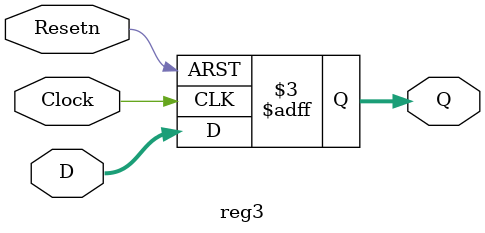
<source format=v>
module reg3 (D, Clock, Resetn, Q);
input [2:0] D;
input Clock, Resetn;
output reg [2:0] Q;
always @(posedge Clock, negedge Resetn)
if (Resetn == 0)
	Q <= 3'b000;
else
	Q <= D;
endmodule

</source>
